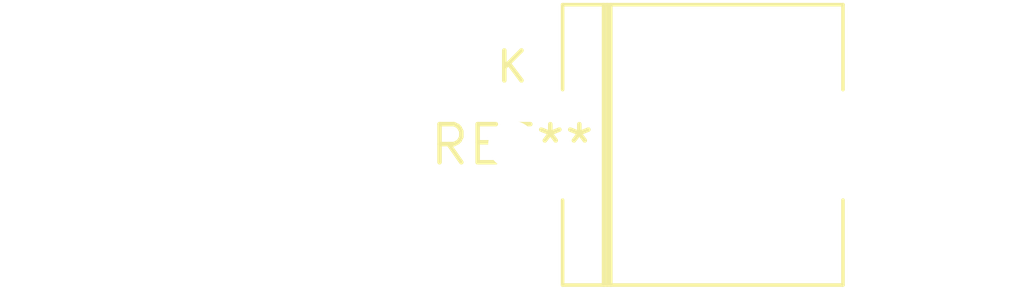
<source format=kicad_pcb>
(kicad_pcb (version 20240108) (generator pcbnew)
  (layers (0 "F.Cu" signal) (31 "B.Cu" signal) (34 "B.Paste" user) (35 "F.Paste" user) (36 "B.SilkS" user "B.Silkscreen") (37 "F.SilkS" user "F.Silkscreen") (38 "B.Mask" user) (39 "F.Mask" user) (44 "Edge.Cuts" user))
  (net 0 "")
  (footprint "D_P600_R-6_P12.70mm_Horizontal" (layer "F.Cu") (at 0 0)
    (property "Reference" "REF**")
    (property "Value" "D_P600_R-6_P12.70mm_Horizontal")
    (fp_line (start 1.68 -4.67) (end 11.02 -4.67) (layer "F.SilkS") (stroke (width 0.12)))
    (fp_line (start 1.68 -1.84) (end 1.68 -4.67) (layer "F.SilkS") (stroke (width 0.12)))
    (fp_line (start 1.68 1.84) (end 1.68 4.67) (layer "F.SilkS") (stroke (width 0.12)))
    (fp_line (start 1.68 4.67) (end 11.02 4.67) (layer "F.SilkS") (stroke (width 0.12)))
    (fp_line (start 3.045 -4.67) (end 3.045 4.67) (layer "F.SilkS") (stroke (width 0.12)))
    (fp_line (start 3.165 -4.67) (end 3.165 4.67) (layer "F.SilkS") (stroke (width 0.12)))
    (fp_line (start 3.285 -4.67) (end 3.285 4.67) (layer "F.SilkS") (stroke (width 0.12)))
    (fp_line (start 11.02 -4.67) (end 11.02 -1.84) (layer "F.SilkS") (stroke (width 0.12)))
    (fp_line (start 11.02 4.67) (end 11.02 1.84) (layer "F.SilkS") (stroke (width 0.12)))
    (fp_text user "K" (at 0 -2.6 0) (layer "F.SilkS"))
    (pad "1" thru_hole rect (at 0 0) (size 3.2 3.2) (drill 1.6) (layers *.Cu *.Mask) (remove_unused_layers))
    (pad "2" thru_hole oval (at 12.7 0) (size 3.2 3.2) (drill 1.6) (layers *.Cu *.Mask) (remove_unused_layers))
  )
)
</source>
